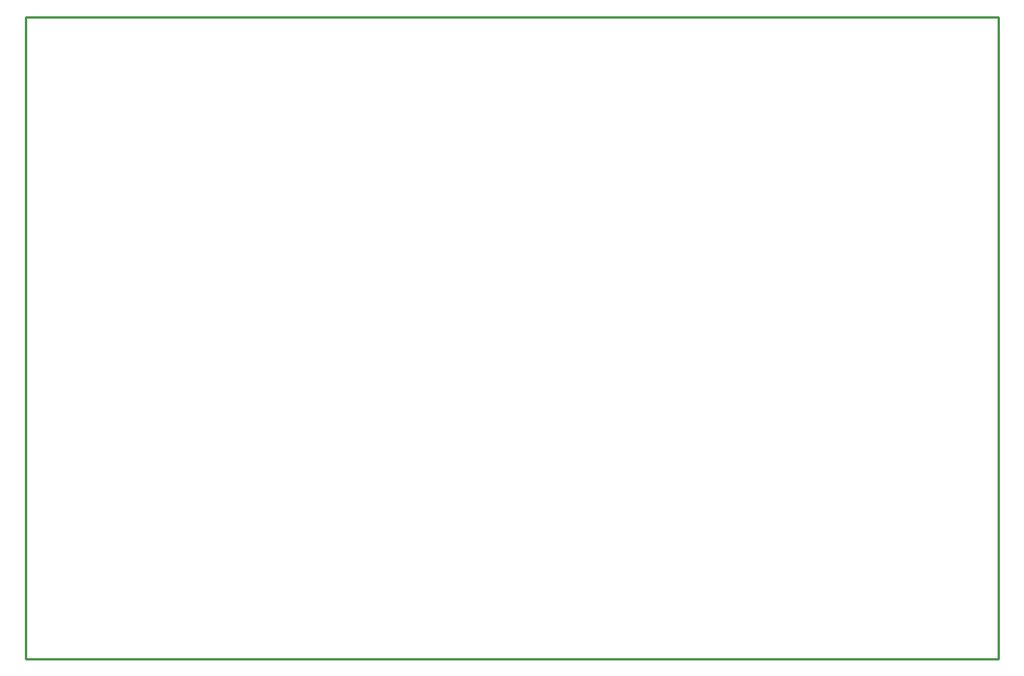
<source format=gko>
G04 Layer: BoardOutlineLayer*
G04 EasyEDA v6.5.46, 2024-09-04 15:34:20*
G04 d73e3e6912d945eb9b412824c50a840e,79071ce94af74c669a867ceed4e6d4b3,10*
G04 Gerber Generator version 0.2*
G04 Scale: 100 percent, Rotated: No, Reflected: No *
G04 Dimensions in millimeters *
G04 leading zeros omitted , absolute positions ,4 integer and 5 decimal *
%FSLAX45Y45*%
%MOMM*%

%ADD10C,0.2540*%
D10*
X0Y6999986D02*
G01*
X10599978Y6999986D01*
X10599978Y0D01*
X0Y0D01*
X0Y6999986D01*

%LPD*%
M02*

</source>
